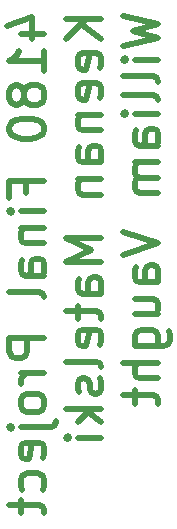
<source format=gbr>
%TF.GenerationSoftware,KiCad,Pcbnew,8.0.0*%
%TF.CreationDate,2024-04-08T20:49:20-04:00*%
%TF.ProjectId,Final Project,46696e61-6c20-4507-926f-6a6563742e6b,rev?*%
%TF.SameCoordinates,Original*%
%TF.FileFunction,Legend,Bot*%
%TF.FilePolarity,Positive*%
%FSLAX46Y46*%
G04 Gerber Fmt 4.6, Leading zero omitted, Abs format (unit mm)*
G04 Created by KiCad (PCBNEW 8.0.0) date 2024-04-08 20:49:20*
%MOMM*%
%LPD*%
G01*
G04 APERTURE LIST*
%ADD10C,0.500000*%
G04 APERTURE END LIST*
D10*
X58947193Y-41328947D02*
X60947193Y-41328947D01*
X57804336Y-40614661D02*
X59947193Y-39900375D01*
X59947193Y-39900375D02*
X59947193Y-41757518D01*
X60947193Y-44471804D02*
X60947193Y-42757518D01*
X60947193Y-43614661D02*
X57947193Y-43614661D01*
X57947193Y-43614661D02*
X58375764Y-43328947D01*
X58375764Y-43328947D02*
X58661478Y-43043232D01*
X58661478Y-43043232D02*
X58804336Y-42757518D01*
X59232907Y-46186090D02*
X59090050Y-45900375D01*
X59090050Y-45900375D02*
X58947193Y-45757518D01*
X58947193Y-45757518D02*
X58661478Y-45614661D01*
X58661478Y-45614661D02*
X58518621Y-45614661D01*
X58518621Y-45614661D02*
X58232907Y-45757518D01*
X58232907Y-45757518D02*
X58090050Y-45900375D01*
X58090050Y-45900375D02*
X57947193Y-46186090D01*
X57947193Y-46186090D02*
X57947193Y-46757518D01*
X57947193Y-46757518D02*
X58090050Y-47043233D01*
X58090050Y-47043233D02*
X58232907Y-47186090D01*
X58232907Y-47186090D02*
X58518621Y-47328947D01*
X58518621Y-47328947D02*
X58661478Y-47328947D01*
X58661478Y-47328947D02*
X58947193Y-47186090D01*
X58947193Y-47186090D02*
X59090050Y-47043233D01*
X59090050Y-47043233D02*
X59232907Y-46757518D01*
X59232907Y-46757518D02*
X59232907Y-46186090D01*
X59232907Y-46186090D02*
X59375764Y-45900375D01*
X59375764Y-45900375D02*
X59518621Y-45757518D01*
X59518621Y-45757518D02*
X59804336Y-45614661D01*
X59804336Y-45614661D02*
X60375764Y-45614661D01*
X60375764Y-45614661D02*
X60661478Y-45757518D01*
X60661478Y-45757518D02*
X60804336Y-45900375D01*
X60804336Y-45900375D02*
X60947193Y-46186090D01*
X60947193Y-46186090D02*
X60947193Y-46757518D01*
X60947193Y-46757518D02*
X60804336Y-47043233D01*
X60804336Y-47043233D02*
X60661478Y-47186090D01*
X60661478Y-47186090D02*
X60375764Y-47328947D01*
X60375764Y-47328947D02*
X59804336Y-47328947D01*
X59804336Y-47328947D02*
X59518621Y-47186090D01*
X59518621Y-47186090D02*
X59375764Y-47043233D01*
X59375764Y-47043233D02*
X59232907Y-46757518D01*
X57947193Y-49186090D02*
X57947193Y-49471804D01*
X57947193Y-49471804D02*
X58090050Y-49757518D01*
X58090050Y-49757518D02*
X58232907Y-49900376D01*
X58232907Y-49900376D02*
X58518621Y-50043233D01*
X58518621Y-50043233D02*
X59090050Y-50186090D01*
X59090050Y-50186090D02*
X59804336Y-50186090D01*
X59804336Y-50186090D02*
X60375764Y-50043233D01*
X60375764Y-50043233D02*
X60661478Y-49900376D01*
X60661478Y-49900376D02*
X60804336Y-49757518D01*
X60804336Y-49757518D02*
X60947193Y-49471804D01*
X60947193Y-49471804D02*
X60947193Y-49186090D01*
X60947193Y-49186090D02*
X60804336Y-48900376D01*
X60804336Y-48900376D02*
X60661478Y-48757518D01*
X60661478Y-48757518D02*
X60375764Y-48614661D01*
X60375764Y-48614661D02*
X59804336Y-48471804D01*
X59804336Y-48471804D02*
X59090050Y-48471804D01*
X59090050Y-48471804D02*
X58518621Y-48614661D01*
X58518621Y-48614661D02*
X58232907Y-48757518D01*
X58232907Y-48757518D02*
X58090050Y-48900376D01*
X58090050Y-48900376D02*
X57947193Y-49186090D01*
X59375764Y-54757518D02*
X59375764Y-53757518D01*
X60947193Y-53757518D02*
X57947193Y-53757518D01*
X57947193Y-53757518D02*
X57947193Y-55186090D01*
X60947193Y-56328947D02*
X58947193Y-56328947D01*
X57947193Y-56328947D02*
X58090050Y-56186090D01*
X58090050Y-56186090D02*
X58232907Y-56328947D01*
X58232907Y-56328947D02*
X58090050Y-56471804D01*
X58090050Y-56471804D02*
X57947193Y-56328947D01*
X57947193Y-56328947D02*
X58232907Y-56328947D01*
X58947193Y-57757518D02*
X60947193Y-57757518D01*
X59232907Y-57757518D02*
X59090050Y-57900375D01*
X59090050Y-57900375D02*
X58947193Y-58186090D01*
X58947193Y-58186090D02*
X58947193Y-58614661D01*
X58947193Y-58614661D02*
X59090050Y-58900375D01*
X59090050Y-58900375D02*
X59375764Y-59043233D01*
X59375764Y-59043233D02*
X60947193Y-59043233D01*
X60947193Y-61757519D02*
X59375764Y-61757519D01*
X59375764Y-61757519D02*
X59090050Y-61614661D01*
X59090050Y-61614661D02*
X58947193Y-61328947D01*
X58947193Y-61328947D02*
X58947193Y-60757519D01*
X58947193Y-60757519D02*
X59090050Y-60471804D01*
X60804336Y-61757519D02*
X60947193Y-61471804D01*
X60947193Y-61471804D02*
X60947193Y-60757519D01*
X60947193Y-60757519D02*
X60804336Y-60471804D01*
X60804336Y-60471804D02*
X60518621Y-60328947D01*
X60518621Y-60328947D02*
X60232907Y-60328947D01*
X60232907Y-60328947D02*
X59947193Y-60471804D01*
X59947193Y-60471804D02*
X59804336Y-60757519D01*
X59804336Y-60757519D02*
X59804336Y-61471804D01*
X59804336Y-61471804D02*
X59661478Y-61757519D01*
X60947193Y-63614662D02*
X60804336Y-63328947D01*
X60804336Y-63328947D02*
X60518621Y-63186090D01*
X60518621Y-63186090D02*
X57947193Y-63186090D01*
X60947193Y-67043233D02*
X57947193Y-67043233D01*
X57947193Y-67043233D02*
X57947193Y-68186090D01*
X57947193Y-68186090D02*
X58090050Y-68471805D01*
X58090050Y-68471805D02*
X58232907Y-68614662D01*
X58232907Y-68614662D02*
X58518621Y-68757519D01*
X58518621Y-68757519D02*
X58947193Y-68757519D01*
X58947193Y-68757519D02*
X59232907Y-68614662D01*
X59232907Y-68614662D02*
X59375764Y-68471805D01*
X59375764Y-68471805D02*
X59518621Y-68186090D01*
X59518621Y-68186090D02*
X59518621Y-67043233D01*
X60947193Y-70043233D02*
X58947193Y-70043233D01*
X59518621Y-70043233D02*
X59232907Y-70186090D01*
X59232907Y-70186090D02*
X59090050Y-70328948D01*
X59090050Y-70328948D02*
X58947193Y-70614662D01*
X58947193Y-70614662D02*
X58947193Y-70900376D01*
X60947193Y-72328948D02*
X60804336Y-72043233D01*
X60804336Y-72043233D02*
X60661478Y-71900376D01*
X60661478Y-71900376D02*
X60375764Y-71757519D01*
X60375764Y-71757519D02*
X59518621Y-71757519D01*
X59518621Y-71757519D02*
X59232907Y-71900376D01*
X59232907Y-71900376D02*
X59090050Y-72043233D01*
X59090050Y-72043233D02*
X58947193Y-72328948D01*
X58947193Y-72328948D02*
X58947193Y-72757519D01*
X58947193Y-72757519D02*
X59090050Y-73043233D01*
X59090050Y-73043233D02*
X59232907Y-73186091D01*
X59232907Y-73186091D02*
X59518621Y-73328948D01*
X59518621Y-73328948D02*
X60375764Y-73328948D01*
X60375764Y-73328948D02*
X60661478Y-73186091D01*
X60661478Y-73186091D02*
X60804336Y-73043233D01*
X60804336Y-73043233D02*
X60947193Y-72757519D01*
X60947193Y-72757519D02*
X60947193Y-72328948D01*
X58947193Y-74614662D02*
X61518621Y-74614662D01*
X61518621Y-74614662D02*
X61804336Y-74471805D01*
X61804336Y-74471805D02*
X61947193Y-74186091D01*
X61947193Y-74186091D02*
X61947193Y-74043234D01*
X57947193Y-74614662D02*
X58090050Y-74471805D01*
X58090050Y-74471805D02*
X58232907Y-74614662D01*
X58232907Y-74614662D02*
X58090050Y-74757519D01*
X58090050Y-74757519D02*
X57947193Y-74614662D01*
X57947193Y-74614662D02*
X58232907Y-74614662D01*
X60804336Y-77186090D02*
X60947193Y-76900376D01*
X60947193Y-76900376D02*
X60947193Y-76328948D01*
X60947193Y-76328948D02*
X60804336Y-76043233D01*
X60804336Y-76043233D02*
X60518621Y-75900376D01*
X60518621Y-75900376D02*
X59375764Y-75900376D01*
X59375764Y-75900376D02*
X59090050Y-76043233D01*
X59090050Y-76043233D02*
X58947193Y-76328948D01*
X58947193Y-76328948D02*
X58947193Y-76900376D01*
X58947193Y-76900376D02*
X59090050Y-77186090D01*
X59090050Y-77186090D02*
X59375764Y-77328948D01*
X59375764Y-77328948D02*
X59661478Y-77328948D01*
X59661478Y-77328948D02*
X59947193Y-75900376D01*
X60804336Y-79900377D02*
X60947193Y-79614662D01*
X60947193Y-79614662D02*
X60947193Y-79043234D01*
X60947193Y-79043234D02*
X60804336Y-78757519D01*
X60804336Y-78757519D02*
X60661478Y-78614662D01*
X60661478Y-78614662D02*
X60375764Y-78471805D01*
X60375764Y-78471805D02*
X59518621Y-78471805D01*
X59518621Y-78471805D02*
X59232907Y-78614662D01*
X59232907Y-78614662D02*
X59090050Y-78757519D01*
X59090050Y-78757519D02*
X58947193Y-79043234D01*
X58947193Y-79043234D02*
X58947193Y-79614662D01*
X58947193Y-79614662D02*
X59090050Y-79900377D01*
X58947193Y-80757520D02*
X58947193Y-81900377D01*
X57947193Y-81186091D02*
X60518621Y-81186091D01*
X60518621Y-81186091D02*
X60804336Y-81328948D01*
X60804336Y-81328948D02*
X60947193Y-81614663D01*
X60947193Y-81614663D02*
X60947193Y-81900377D01*
X65777025Y-40043232D02*
X62777025Y-40043232D01*
X65777025Y-41757518D02*
X64062739Y-40471804D01*
X62777025Y-41757518D02*
X64491310Y-40043232D01*
X65634168Y-44186089D02*
X65777025Y-43900375D01*
X65777025Y-43900375D02*
X65777025Y-43328947D01*
X65777025Y-43328947D02*
X65634168Y-43043232D01*
X65634168Y-43043232D02*
X65348453Y-42900375D01*
X65348453Y-42900375D02*
X64205596Y-42900375D01*
X64205596Y-42900375D02*
X63919882Y-43043232D01*
X63919882Y-43043232D02*
X63777025Y-43328947D01*
X63777025Y-43328947D02*
X63777025Y-43900375D01*
X63777025Y-43900375D02*
X63919882Y-44186089D01*
X63919882Y-44186089D02*
X64205596Y-44328947D01*
X64205596Y-44328947D02*
X64491310Y-44328947D01*
X64491310Y-44328947D02*
X64777025Y-42900375D01*
X65634168Y-46757518D02*
X65777025Y-46471804D01*
X65777025Y-46471804D02*
X65777025Y-45900376D01*
X65777025Y-45900376D02*
X65634168Y-45614661D01*
X65634168Y-45614661D02*
X65348453Y-45471804D01*
X65348453Y-45471804D02*
X64205596Y-45471804D01*
X64205596Y-45471804D02*
X63919882Y-45614661D01*
X63919882Y-45614661D02*
X63777025Y-45900376D01*
X63777025Y-45900376D02*
X63777025Y-46471804D01*
X63777025Y-46471804D02*
X63919882Y-46757518D01*
X63919882Y-46757518D02*
X64205596Y-46900376D01*
X64205596Y-46900376D02*
X64491310Y-46900376D01*
X64491310Y-46900376D02*
X64777025Y-45471804D01*
X63777025Y-48186090D02*
X65777025Y-48186090D01*
X64062739Y-48186090D02*
X63919882Y-48328947D01*
X63919882Y-48328947D02*
X63777025Y-48614662D01*
X63777025Y-48614662D02*
X63777025Y-49043233D01*
X63777025Y-49043233D02*
X63919882Y-49328947D01*
X63919882Y-49328947D02*
X64205596Y-49471805D01*
X64205596Y-49471805D02*
X65777025Y-49471805D01*
X65777025Y-52186091D02*
X64205596Y-52186091D01*
X64205596Y-52186091D02*
X63919882Y-52043233D01*
X63919882Y-52043233D02*
X63777025Y-51757519D01*
X63777025Y-51757519D02*
X63777025Y-51186091D01*
X63777025Y-51186091D02*
X63919882Y-50900376D01*
X65634168Y-52186091D02*
X65777025Y-51900376D01*
X65777025Y-51900376D02*
X65777025Y-51186091D01*
X65777025Y-51186091D02*
X65634168Y-50900376D01*
X65634168Y-50900376D02*
X65348453Y-50757519D01*
X65348453Y-50757519D02*
X65062739Y-50757519D01*
X65062739Y-50757519D02*
X64777025Y-50900376D01*
X64777025Y-50900376D02*
X64634168Y-51186091D01*
X64634168Y-51186091D02*
X64634168Y-51900376D01*
X64634168Y-51900376D02*
X64491310Y-52186091D01*
X63777025Y-53614662D02*
X65777025Y-53614662D01*
X64062739Y-53614662D02*
X63919882Y-53757519D01*
X63919882Y-53757519D02*
X63777025Y-54043234D01*
X63777025Y-54043234D02*
X63777025Y-54471805D01*
X63777025Y-54471805D02*
X63919882Y-54757519D01*
X63919882Y-54757519D02*
X64205596Y-54900377D01*
X64205596Y-54900377D02*
X65777025Y-54900377D01*
X65777025Y-58614662D02*
X62777025Y-58614662D01*
X62777025Y-58614662D02*
X64919882Y-59614662D01*
X64919882Y-59614662D02*
X62777025Y-60614662D01*
X62777025Y-60614662D02*
X65777025Y-60614662D01*
X65777025Y-63328948D02*
X64205596Y-63328948D01*
X64205596Y-63328948D02*
X63919882Y-63186090D01*
X63919882Y-63186090D02*
X63777025Y-62900376D01*
X63777025Y-62900376D02*
X63777025Y-62328948D01*
X63777025Y-62328948D02*
X63919882Y-62043233D01*
X65634168Y-63328948D02*
X65777025Y-63043233D01*
X65777025Y-63043233D02*
X65777025Y-62328948D01*
X65777025Y-62328948D02*
X65634168Y-62043233D01*
X65634168Y-62043233D02*
X65348453Y-61900376D01*
X65348453Y-61900376D02*
X65062739Y-61900376D01*
X65062739Y-61900376D02*
X64777025Y-62043233D01*
X64777025Y-62043233D02*
X64634168Y-62328948D01*
X64634168Y-62328948D02*
X64634168Y-63043233D01*
X64634168Y-63043233D02*
X64491310Y-63328948D01*
X63777025Y-64328948D02*
X63777025Y-65471805D01*
X62777025Y-64757519D02*
X65348453Y-64757519D01*
X65348453Y-64757519D02*
X65634168Y-64900376D01*
X65634168Y-64900376D02*
X65777025Y-65186091D01*
X65777025Y-65186091D02*
X65777025Y-65471805D01*
X65634168Y-67614662D02*
X65777025Y-67328948D01*
X65777025Y-67328948D02*
X65777025Y-66757520D01*
X65777025Y-66757520D02*
X65634168Y-66471805D01*
X65634168Y-66471805D02*
X65348453Y-66328948D01*
X65348453Y-66328948D02*
X64205596Y-66328948D01*
X64205596Y-66328948D02*
X63919882Y-66471805D01*
X63919882Y-66471805D02*
X63777025Y-66757520D01*
X63777025Y-66757520D02*
X63777025Y-67328948D01*
X63777025Y-67328948D02*
X63919882Y-67614662D01*
X63919882Y-67614662D02*
X64205596Y-67757520D01*
X64205596Y-67757520D02*
X64491310Y-67757520D01*
X64491310Y-67757520D02*
X64777025Y-66328948D01*
X65777025Y-69471806D02*
X65634168Y-69186091D01*
X65634168Y-69186091D02*
X65348453Y-69043234D01*
X65348453Y-69043234D02*
X62777025Y-69043234D01*
X65634168Y-70471806D02*
X65777025Y-70757520D01*
X65777025Y-70757520D02*
X65777025Y-71328949D01*
X65777025Y-71328949D02*
X65634168Y-71614663D01*
X65634168Y-71614663D02*
X65348453Y-71757520D01*
X65348453Y-71757520D02*
X65205596Y-71757520D01*
X65205596Y-71757520D02*
X64919882Y-71614663D01*
X64919882Y-71614663D02*
X64777025Y-71328949D01*
X64777025Y-71328949D02*
X64777025Y-70900378D01*
X64777025Y-70900378D02*
X64634168Y-70614663D01*
X64634168Y-70614663D02*
X64348453Y-70471806D01*
X64348453Y-70471806D02*
X64205596Y-70471806D01*
X64205596Y-70471806D02*
X63919882Y-70614663D01*
X63919882Y-70614663D02*
X63777025Y-70900378D01*
X63777025Y-70900378D02*
X63777025Y-71328949D01*
X63777025Y-71328949D02*
X63919882Y-71614663D01*
X65777025Y-73043234D02*
X62777025Y-73043234D01*
X64634168Y-73328949D02*
X65777025Y-74186091D01*
X63777025Y-74186091D02*
X64919882Y-73043234D01*
X65777025Y-75471805D02*
X63777025Y-75471805D01*
X62777025Y-75471805D02*
X62919882Y-75328948D01*
X62919882Y-75328948D02*
X63062739Y-75471805D01*
X63062739Y-75471805D02*
X62919882Y-75614662D01*
X62919882Y-75614662D02*
X62777025Y-75471805D01*
X62777025Y-75471805D02*
X63062739Y-75471805D01*
X67606857Y-39757518D02*
X70606857Y-40471804D01*
X70606857Y-40471804D02*
X68464000Y-41043232D01*
X68464000Y-41043232D02*
X70606857Y-41614661D01*
X70606857Y-41614661D02*
X67606857Y-42328947D01*
X70606857Y-43471803D02*
X68606857Y-43471803D01*
X67606857Y-43471803D02*
X67749714Y-43328946D01*
X67749714Y-43328946D02*
X67892571Y-43471803D01*
X67892571Y-43471803D02*
X67749714Y-43614660D01*
X67749714Y-43614660D02*
X67606857Y-43471803D01*
X67606857Y-43471803D02*
X67892571Y-43471803D01*
X70606857Y-45328946D02*
X70464000Y-45043231D01*
X70464000Y-45043231D02*
X70178285Y-44900374D01*
X70178285Y-44900374D02*
X67606857Y-44900374D01*
X70606857Y-46900375D02*
X70464000Y-46614660D01*
X70464000Y-46614660D02*
X70178285Y-46471803D01*
X70178285Y-46471803D02*
X67606857Y-46471803D01*
X70606857Y-48043232D02*
X68606857Y-48043232D01*
X67606857Y-48043232D02*
X67749714Y-47900375D01*
X67749714Y-47900375D02*
X67892571Y-48043232D01*
X67892571Y-48043232D02*
X67749714Y-48186089D01*
X67749714Y-48186089D02*
X67606857Y-48043232D01*
X67606857Y-48043232D02*
X67892571Y-48043232D01*
X70606857Y-50757518D02*
X69035428Y-50757518D01*
X69035428Y-50757518D02*
X68749714Y-50614660D01*
X68749714Y-50614660D02*
X68606857Y-50328946D01*
X68606857Y-50328946D02*
X68606857Y-49757518D01*
X68606857Y-49757518D02*
X68749714Y-49471803D01*
X70464000Y-50757518D02*
X70606857Y-50471803D01*
X70606857Y-50471803D02*
X70606857Y-49757518D01*
X70606857Y-49757518D02*
X70464000Y-49471803D01*
X70464000Y-49471803D02*
X70178285Y-49328946D01*
X70178285Y-49328946D02*
X69892571Y-49328946D01*
X69892571Y-49328946D02*
X69606857Y-49471803D01*
X69606857Y-49471803D02*
X69464000Y-49757518D01*
X69464000Y-49757518D02*
X69464000Y-50471803D01*
X69464000Y-50471803D02*
X69321142Y-50757518D01*
X70606857Y-52186089D02*
X68606857Y-52186089D01*
X68892571Y-52186089D02*
X68749714Y-52328946D01*
X68749714Y-52328946D02*
X68606857Y-52614661D01*
X68606857Y-52614661D02*
X68606857Y-53043232D01*
X68606857Y-53043232D02*
X68749714Y-53328946D01*
X68749714Y-53328946D02*
X69035428Y-53471804D01*
X69035428Y-53471804D02*
X70606857Y-53471804D01*
X69035428Y-53471804D02*
X68749714Y-53614661D01*
X68749714Y-53614661D02*
X68606857Y-53900375D01*
X68606857Y-53900375D02*
X68606857Y-54328946D01*
X68606857Y-54328946D02*
X68749714Y-54614661D01*
X68749714Y-54614661D02*
X69035428Y-54757518D01*
X69035428Y-54757518D02*
X70606857Y-54757518D01*
X67606857Y-58043232D02*
X70606857Y-59043232D01*
X70606857Y-59043232D02*
X67606857Y-60043232D01*
X70606857Y-62328947D02*
X69035428Y-62328947D01*
X69035428Y-62328947D02*
X68749714Y-62186089D01*
X68749714Y-62186089D02*
X68606857Y-61900375D01*
X68606857Y-61900375D02*
X68606857Y-61328947D01*
X68606857Y-61328947D02*
X68749714Y-61043232D01*
X70464000Y-62328947D02*
X70606857Y-62043232D01*
X70606857Y-62043232D02*
X70606857Y-61328947D01*
X70606857Y-61328947D02*
X70464000Y-61043232D01*
X70464000Y-61043232D02*
X70178285Y-60900375D01*
X70178285Y-60900375D02*
X69892571Y-60900375D01*
X69892571Y-60900375D02*
X69606857Y-61043232D01*
X69606857Y-61043232D02*
X69464000Y-61328947D01*
X69464000Y-61328947D02*
X69464000Y-62043232D01*
X69464000Y-62043232D02*
X69321142Y-62328947D01*
X68606857Y-65043233D02*
X70606857Y-65043233D01*
X68606857Y-63757518D02*
X70178285Y-63757518D01*
X70178285Y-63757518D02*
X70464000Y-63900375D01*
X70464000Y-63900375D02*
X70606857Y-64186090D01*
X70606857Y-64186090D02*
X70606857Y-64614661D01*
X70606857Y-64614661D02*
X70464000Y-64900375D01*
X70464000Y-64900375D02*
X70321142Y-65043233D01*
X68606857Y-67757519D02*
X71035428Y-67757519D01*
X71035428Y-67757519D02*
X71321142Y-67614661D01*
X71321142Y-67614661D02*
X71464000Y-67471804D01*
X71464000Y-67471804D02*
X71606857Y-67186090D01*
X71606857Y-67186090D02*
X71606857Y-66757519D01*
X71606857Y-66757519D02*
X71464000Y-66471804D01*
X70464000Y-67757519D02*
X70606857Y-67471804D01*
X70606857Y-67471804D02*
X70606857Y-66900376D01*
X70606857Y-66900376D02*
X70464000Y-66614661D01*
X70464000Y-66614661D02*
X70321142Y-66471804D01*
X70321142Y-66471804D02*
X70035428Y-66328947D01*
X70035428Y-66328947D02*
X69178285Y-66328947D01*
X69178285Y-66328947D02*
X68892571Y-66471804D01*
X68892571Y-66471804D02*
X68749714Y-66614661D01*
X68749714Y-66614661D02*
X68606857Y-66900376D01*
X68606857Y-66900376D02*
X68606857Y-67471804D01*
X68606857Y-67471804D02*
X68749714Y-67757519D01*
X70606857Y-69186090D02*
X67606857Y-69186090D01*
X70606857Y-70471805D02*
X69035428Y-70471805D01*
X69035428Y-70471805D02*
X68749714Y-70328947D01*
X68749714Y-70328947D02*
X68606857Y-70043233D01*
X68606857Y-70043233D02*
X68606857Y-69614662D01*
X68606857Y-69614662D02*
X68749714Y-69328947D01*
X68749714Y-69328947D02*
X68892571Y-69186090D01*
X68606857Y-71471805D02*
X68606857Y-72614662D01*
X67606857Y-71900376D02*
X70178285Y-71900376D01*
X70178285Y-71900376D02*
X70464000Y-72043233D01*
X70464000Y-72043233D02*
X70606857Y-72328948D01*
X70606857Y-72328948D02*
X70606857Y-72614662D01*
M02*

</source>
